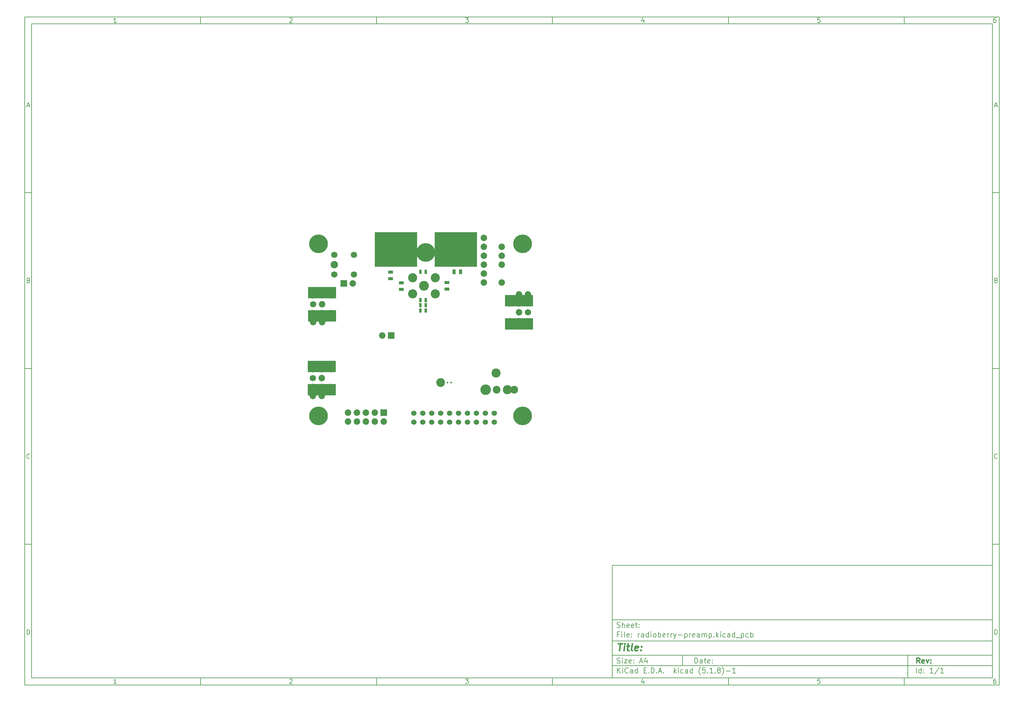
<source format=gbs>
%TF.GenerationSoftware,KiCad,Pcbnew,(5.1.8)-1*%
%TF.CreationDate,2020-12-20T16:15:32+01:00*%
%TF.ProjectId,radioberry-preamp,72616469-6f62-4657-9272-792d70726561,rev?*%
%TF.SameCoordinates,Original*%
%TF.FileFunction,Soldermask,Bot*%
%TF.FilePolarity,Negative*%
%FSLAX46Y46*%
G04 Gerber Fmt 4.6, Leading zero omitted, Abs format (unit mm)*
G04 Created by KiCad (PCBNEW (5.1.8)-1) date 2020-12-20 16:15:32*
%MOMM*%
%LPD*%
G01*
G04 APERTURE LIST*
%ADD10C,0.100000*%
%ADD11C,0.150000*%
%ADD12C,0.300000*%
%ADD13C,0.400000*%
%ADD14C,1.800000*%
%ADD15C,2.100000*%
%ADD16C,1.850000*%
%ADD17R,1.850000X1.850000*%
%ADD18C,5.300000*%
%ADD19C,2.800000*%
%ADD20C,2.600000*%
%ADD21C,2.200000*%
%ADD22C,3.000000*%
%ADD23R,8.000000X3.300000*%
%ADD24C,1.524000*%
%ADD25C,0.500000*%
%ADD26C,2.500000*%
%ADD27R,1.397000X0.889000*%
%ADD28O,1.600000X2.400000*%
%ADD29R,12.000000X9.900000*%
%ADD30R,0.889000X1.397000*%
%ADD31R,0.635000X1.143000*%
G04 APERTURE END LIST*
D10*
D11*
X177002200Y-166007200D02*
X177002200Y-198007200D01*
X285002200Y-198007200D01*
X285002200Y-166007200D01*
X177002200Y-166007200D01*
D10*
D11*
X10000000Y-10000000D02*
X10000000Y-200007200D01*
X287002200Y-200007200D01*
X287002200Y-10000000D01*
X10000000Y-10000000D01*
D10*
D11*
X12000000Y-12000000D02*
X12000000Y-198007200D01*
X285002200Y-198007200D01*
X285002200Y-12000000D01*
X12000000Y-12000000D01*
D10*
D11*
X60000000Y-12000000D02*
X60000000Y-10000000D01*
D10*
D11*
X110000000Y-12000000D02*
X110000000Y-10000000D01*
D10*
D11*
X160000000Y-12000000D02*
X160000000Y-10000000D01*
D10*
D11*
X210000000Y-12000000D02*
X210000000Y-10000000D01*
D10*
D11*
X260000000Y-12000000D02*
X260000000Y-10000000D01*
D10*
D11*
X36065476Y-11588095D02*
X35322619Y-11588095D01*
X35694047Y-11588095D02*
X35694047Y-10288095D01*
X35570238Y-10473809D01*
X35446428Y-10597619D01*
X35322619Y-10659523D01*
D10*
D11*
X85322619Y-10411904D02*
X85384523Y-10350000D01*
X85508333Y-10288095D01*
X85817857Y-10288095D01*
X85941666Y-10350000D01*
X86003571Y-10411904D01*
X86065476Y-10535714D01*
X86065476Y-10659523D01*
X86003571Y-10845238D01*
X85260714Y-11588095D01*
X86065476Y-11588095D01*
D10*
D11*
X135260714Y-10288095D02*
X136065476Y-10288095D01*
X135632142Y-10783333D01*
X135817857Y-10783333D01*
X135941666Y-10845238D01*
X136003571Y-10907142D01*
X136065476Y-11030952D01*
X136065476Y-11340476D01*
X136003571Y-11464285D01*
X135941666Y-11526190D01*
X135817857Y-11588095D01*
X135446428Y-11588095D01*
X135322619Y-11526190D01*
X135260714Y-11464285D01*
D10*
D11*
X185941666Y-10721428D02*
X185941666Y-11588095D01*
X185632142Y-10226190D02*
X185322619Y-11154761D01*
X186127380Y-11154761D01*
D10*
D11*
X236003571Y-10288095D02*
X235384523Y-10288095D01*
X235322619Y-10907142D01*
X235384523Y-10845238D01*
X235508333Y-10783333D01*
X235817857Y-10783333D01*
X235941666Y-10845238D01*
X236003571Y-10907142D01*
X236065476Y-11030952D01*
X236065476Y-11340476D01*
X236003571Y-11464285D01*
X235941666Y-11526190D01*
X235817857Y-11588095D01*
X235508333Y-11588095D01*
X235384523Y-11526190D01*
X235322619Y-11464285D01*
D10*
D11*
X285941666Y-10288095D02*
X285694047Y-10288095D01*
X285570238Y-10350000D01*
X285508333Y-10411904D01*
X285384523Y-10597619D01*
X285322619Y-10845238D01*
X285322619Y-11340476D01*
X285384523Y-11464285D01*
X285446428Y-11526190D01*
X285570238Y-11588095D01*
X285817857Y-11588095D01*
X285941666Y-11526190D01*
X286003571Y-11464285D01*
X286065476Y-11340476D01*
X286065476Y-11030952D01*
X286003571Y-10907142D01*
X285941666Y-10845238D01*
X285817857Y-10783333D01*
X285570238Y-10783333D01*
X285446428Y-10845238D01*
X285384523Y-10907142D01*
X285322619Y-11030952D01*
D10*
D11*
X60000000Y-198007200D02*
X60000000Y-200007200D01*
D10*
D11*
X110000000Y-198007200D02*
X110000000Y-200007200D01*
D10*
D11*
X160000000Y-198007200D02*
X160000000Y-200007200D01*
D10*
D11*
X210000000Y-198007200D02*
X210000000Y-200007200D01*
D10*
D11*
X260000000Y-198007200D02*
X260000000Y-200007200D01*
D10*
D11*
X36065476Y-199595295D02*
X35322619Y-199595295D01*
X35694047Y-199595295D02*
X35694047Y-198295295D01*
X35570238Y-198481009D01*
X35446428Y-198604819D01*
X35322619Y-198666723D01*
D10*
D11*
X85322619Y-198419104D02*
X85384523Y-198357200D01*
X85508333Y-198295295D01*
X85817857Y-198295295D01*
X85941666Y-198357200D01*
X86003571Y-198419104D01*
X86065476Y-198542914D01*
X86065476Y-198666723D01*
X86003571Y-198852438D01*
X85260714Y-199595295D01*
X86065476Y-199595295D01*
D10*
D11*
X135260714Y-198295295D02*
X136065476Y-198295295D01*
X135632142Y-198790533D01*
X135817857Y-198790533D01*
X135941666Y-198852438D01*
X136003571Y-198914342D01*
X136065476Y-199038152D01*
X136065476Y-199347676D01*
X136003571Y-199471485D01*
X135941666Y-199533390D01*
X135817857Y-199595295D01*
X135446428Y-199595295D01*
X135322619Y-199533390D01*
X135260714Y-199471485D01*
D10*
D11*
X185941666Y-198728628D02*
X185941666Y-199595295D01*
X185632142Y-198233390D02*
X185322619Y-199161961D01*
X186127380Y-199161961D01*
D10*
D11*
X236003571Y-198295295D02*
X235384523Y-198295295D01*
X235322619Y-198914342D01*
X235384523Y-198852438D01*
X235508333Y-198790533D01*
X235817857Y-198790533D01*
X235941666Y-198852438D01*
X236003571Y-198914342D01*
X236065476Y-199038152D01*
X236065476Y-199347676D01*
X236003571Y-199471485D01*
X235941666Y-199533390D01*
X235817857Y-199595295D01*
X235508333Y-199595295D01*
X235384523Y-199533390D01*
X235322619Y-199471485D01*
D10*
D11*
X285941666Y-198295295D02*
X285694047Y-198295295D01*
X285570238Y-198357200D01*
X285508333Y-198419104D01*
X285384523Y-198604819D01*
X285322619Y-198852438D01*
X285322619Y-199347676D01*
X285384523Y-199471485D01*
X285446428Y-199533390D01*
X285570238Y-199595295D01*
X285817857Y-199595295D01*
X285941666Y-199533390D01*
X286003571Y-199471485D01*
X286065476Y-199347676D01*
X286065476Y-199038152D01*
X286003571Y-198914342D01*
X285941666Y-198852438D01*
X285817857Y-198790533D01*
X285570238Y-198790533D01*
X285446428Y-198852438D01*
X285384523Y-198914342D01*
X285322619Y-199038152D01*
D10*
D11*
X10000000Y-60000000D02*
X12000000Y-60000000D01*
D10*
D11*
X10000000Y-110000000D02*
X12000000Y-110000000D01*
D10*
D11*
X10000000Y-160000000D02*
X12000000Y-160000000D01*
D10*
D11*
X10690476Y-35216666D02*
X11309523Y-35216666D01*
X10566666Y-35588095D02*
X11000000Y-34288095D01*
X11433333Y-35588095D01*
D10*
D11*
X11092857Y-84907142D02*
X11278571Y-84969047D01*
X11340476Y-85030952D01*
X11402380Y-85154761D01*
X11402380Y-85340476D01*
X11340476Y-85464285D01*
X11278571Y-85526190D01*
X11154761Y-85588095D01*
X10659523Y-85588095D01*
X10659523Y-84288095D01*
X11092857Y-84288095D01*
X11216666Y-84350000D01*
X11278571Y-84411904D01*
X11340476Y-84535714D01*
X11340476Y-84659523D01*
X11278571Y-84783333D01*
X11216666Y-84845238D01*
X11092857Y-84907142D01*
X10659523Y-84907142D01*
D10*
D11*
X11402380Y-135464285D02*
X11340476Y-135526190D01*
X11154761Y-135588095D01*
X11030952Y-135588095D01*
X10845238Y-135526190D01*
X10721428Y-135402380D01*
X10659523Y-135278571D01*
X10597619Y-135030952D01*
X10597619Y-134845238D01*
X10659523Y-134597619D01*
X10721428Y-134473809D01*
X10845238Y-134350000D01*
X11030952Y-134288095D01*
X11154761Y-134288095D01*
X11340476Y-134350000D01*
X11402380Y-134411904D01*
D10*
D11*
X10659523Y-185588095D02*
X10659523Y-184288095D01*
X10969047Y-184288095D01*
X11154761Y-184350000D01*
X11278571Y-184473809D01*
X11340476Y-184597619D01*
X11402380Y-184845238D01*
X11402380Y-185030952D01*
X11340476Y-185278571D01*
X11278571Y-185402380D01*
X11154761Y-185526190D01*
X10969047Y-185588095D01*
X10659523Y-185588095D01*
D10*
D11*
X287002200Y-60000000D02*
X285002200Y-60000000D01*
D10*
D11*
X287002200Y-110000000D02*
X285002200Y-110000000D01*
D10*
D11*
X287002200Y-160000000D02*
X285002200Y-160000000D01*
D10*
D11*
X285692676Y-35216666D02*
X286311723Y-35216666D01*
X285568866Y-35588095D02*
X286002200Y-34288095D01*
X286435533Y-35588095D01*
D10*
D11*
X286095057Y-84907142D02*
X286280771Y-84969047D01*
X286342676Y-85030952D01*
X286404580Y-85154761D01*
X286404580Y-85340476D01*
X286342676Y-85464285D01*
X286280771Y-85526190D01*
X286156961Y-85588095D01*
X285661723Y-85588095D01*
X285661723Y-84288095D01*
X286095057Y-84288095D01*
X286218866Y-84350000D01*
X286280771Y-84411904D01*
X286342676Y-84535714D01*
X286342676Y-84659523D01*
X286280771Y-84783333D01*
X286218866Y-84845238D01*
X286095057Y-84907142D01*
X285661723Y-84907142D01*
D10*
D11*
X286404580Y-135464285D02*
X286342676Y-135526190D01*
X286156961Y-135588095D01*
X286033152Y-135588095D01*
X285847438Y-135526190D01*
X285723628Y-135402380D01*
X285661723Y-135278571D01*
X285599819Y-135030952D01*
X285599819Y-134845238D01*
X285661723Y-134597619D01*
X285723628Y-134473809D01*
X285847438Y-134350000D01*
X286033152Y-134288095D01*
X286156961Y-134288095D01*
X286342676Y-134350000D01*
X286404580Y-134411904D01*
D10*
D11*
X285661723Y-185588095D02*
X285661723Y-184288095D01*
X285971247Y-184288095D01*
X286156961Y-184350000D01*
X286280771Y-184473809D01*
X286342676Y-184597619D01*
X286404580Y-184845238D01*
X286404580Y-185030952D01*
X286342676Y-185278571D01*
X286280771Y-185402380D01*
X286156961Y-185526190D01*
X285971247Y-185588095D01*
X285661723Y-185588095D01*
D10*
D11*
X200434342Y-193785771D02*
X200434342Y-192285771D01*
X200791485Y-192285771D01*
X201005771Y-192357200D01*
X201148628Y-192500057D01*
X201220057Y-192642914D01*
X201291485Y-192928628D01*
X201291485Y-193142914D01*
X201220057Y-193428628D01*
X201148628Y-193571485D01*
X201005771Y-193714342D01*
X200791485Y-193785771D01*
X200434342Y-193785771D01*
X202577200Y-193785771D02*
X202577200Y-193000057D01*
X202505771Y-192857200D01*
X202362914Y-192785771D01*
X202077200Y-192785771D01*
X201934342Y-192857200D01*
X202577200Y-193714342D02*
X202434342Y-193785771D01*
X202077200Y-193785771D01*
X201934342Y-193714342D01*
X201862914Y-193571485D01*
X201862914Y-193428628D01*
X201934342Y-193285771D01*
X202077200Y-193214342D01*
X202434342Y-193214342D01*
X202577200Y-193142914D01*
X203077200Y-192785771D02*
X203648628Y-192785771D01*
X203291485Y-192285771D02*
X203291485Y-193571485D01*
X203362914Y-193714342D01*
X203505771Y-193785771D01*
X203648628Y-193785771D01*
X204720057Y-193714342D02*
X204577200Y-193785771D01*
X204291485Y-193785771D01*
X204148628Y-193714342D01*
X204077200Y-193571485D01*
X204077200Y-193000057D01*
X204148628Y-192857200D01*
X204291485Y-192785771D01*
X204577200Y-192785771D01*
X204720057Y-192857200D01*
X204791485Y-193000057D01*
X204791485Y-193142914D01*
X204077200Y-193285771D01*
X205434342Y-193642914D02*
X205505771Y-193714342D01*
X205434342Y-193785771D01*
X205362914Y-193714342D01*
X205434342Y-193642914D01*
X205434342Y-193785771D01*
X205434342Y-192857200D02*
X205505771Y-192928628D01*
X205434342Y-193000057D01*
X205362914Y-192928628D01*
X205434342Y-192857200D01*
X205434342Y-193000057D01*
D10*
D11*
X177002200Y-194507200D02*
X285002200Y-194507200D01*
D10*
D11*
X178434342Y-196585771D02*
X178434342Y-195085771D01*
X179291485Y-196585771D02*
X178648628Y-195728628D01*
X179291485Y-195085771D02*
X178434342Y-195942914D01*
X179934342Y-196585771D02*
X179934342Y-195585771D01*
X179934342Y-195085771D02*
X179862914Y-195157200D01*
X179934342Y-195228628D01*
X180005771Y-195157200D01*
X179934342Y-195085771D01*
X179934342Y-195228628D01*
X181505771Y-196442914D02*
X181434342Y-196514342D01*
X181220057Y-196585771D01*
X181077200Y-196585771D01*
X180862914Y-196514342D01*
X180720057Y-196371485D01*
X180648628Y-196228628D01*
X180577200Y-195942914D01*
X180577200Y-195728628D01*
X180648628Y-195442914D01*
X180720057Y-195300057D01*
X180862914Y-195157200D01*
X181077200Y-195085771D01*
X181220057Y-195085771D01*
X181434342Y-195157200D01*
X181505771Y-195228628D01*
X182791485Y-196585771D02*
X182791485Y-195800057D01*
X182720057Y-195657200D01*
X182577200Y-195585771D01*
X182291485Y-195585771D01*
X182148628Y-195657200D01*
X182791485Y-196514342D02*
X182648628Y-196585771D01*
X182291485Y-196585771D01*
X182148628Y-196514342D01*
X182077200Y-196371485D01*
X182077200Y-196228628D01*
X182148628Y-196085771D01*
X182291485Y-196014342D01*
X182648628Y-196014342D01*
X182791485Y-195942914D01*
X184148628Y-196585771D02*
X184148628Y-195085771D01*
X184148628Y-196514342D02*
X184005771Y-196585771D01*
X183720057Y-196585771D01*
X183577200Y-196514342D01*
X183505771Y-196442914D01*
X183434342Y-196300057D01*
X183434342Y-195871485D01*
X183505771Y-195728628D01*
X183577200Y-195657200D01*
X183720057Y-195585771D01*
X184005771Y-195585771D01*
X184148628Y-195657200D01*
X186005771Y-195800057D02*
X186505771Y-195800057D01*
X186720057Y-196585771D02*
X186005771Y-196585771D01*
X186005771Y-195085771D01*
X186720057Y-195085771D01*
X187362914Y-196442914D02*
X187434342Y-196514342D01*
X187362914Y-196585771D01*
X187291485Y-196514342D01*
X187362914Y-196442914D01*
X187362914Y-196585771D01*
X188077200Y-196585771D02*
X188077200Y-195085771D01*
X188434342Y-195085771D01*
X188648628Y-195157200D01*
X188791485Y-195300057D01*
X188862914Y-195442914D01*
X188934342Y-195728628D01*
X188934342Y-195942914D01*
X188862914Y-196228628D01*
X188791485Y-196371485D01*
X188648628Y-196514342D01*
X188434342Y-196585771D01*
X188077200Y-196585771D01*
X189577200Y-196442914D02*
X189648628Y-196514342D01*
X189577200Y-196585771D01*
X189505771Y-196514342D01*
X189577200Y-196442914D01*
X189577200Y-196585771D01*
X190220057Y-196157200D02*
X190934342Y-196157200D01*
X190077200Y-196585771D02*
X190577200Y-195085771D01*
X191077200Y-196585771D01*
X191577200Y-196442914D02*
X191648628Y-196514342D01*
X191577200Y-196585771D01*
X191505771Y-196514342D01*
X191577200Y-196442914D01*
X191577200Y-196585771D01*
X194577200Y-196585771D02*
X194577200Y-195085771D01*
X194720057Y-196014342D02*
X195148628Y-196585771D01*
X195148628Y-195585771D02*
X194577200Y-196157200D01*
X195791485Y-196585771D02*
X195791485Y-195585771D01*
X195791485Y-195085771D02*
X195720057Y-195157200D01*
X195791485Y-195228628D01*
X195862914Y-195157200D01*
X195791485Y-195085771D01*
X195791485Y-195228628D01*
X197148628Y-196514342D02*
X197005771Y-196585771D01*
X196720057Y-196585771D01*
X196577200Y-196514342D01*
X196505771Y-196442914D01*
X196434342Y-196300057D01*
X196434342Y-195871485D01*
X196505771Y-195728628D01*
X196577200Y-195657200D01*
X196720057Y-195585771D01*
X197005771Y-195585771D01*
X197148628Y-195657200D01*
X198434342Y-196585771D02*
X198434342Y-195800057D01*
X198362914Y-195657200D01*
X198220057Y-195585771D01*
X197934342Y-195585771D01*
X197791485Y-195657200D01*
X198434342Y-196514342D02*
X198291485Y-196585771D01*
X197934342Y-196585771D01*
X197791485Y-196514342D01*
X197720057Y-196371485D01*
X197720057Y-196228628D01*
X197791485Y-196085771D01*
X197934342Y-196014342D01*
X198291485Y-196014342D01*
X198434342Y-195942914D01*
X199791485Y-196585771D02*
X199791485Y-195085771D01*
X199791485Y-196514342D02*
X199648628Y-196585771D01*
X199362914Y-196585771D01*
X199220057Y-196514342D01*
X199148628Y-196442914D01*
X199077200Y-196300057D01*
X199077200Y-195871485D01*
X199148628Y-195728628D01*
X199220057Y-195657200D01*
X199362914Y-195585771D01*
X199648628Y-195585771D01*
X199791485Y-195657200D01*
X202077200Y-197157200D02*
X202005771Y-197085771D01*
X201862914Y-196871485D01*
X201791485Y-196728628D01*
X201720057Y-196514342D01*
X201648628Y-196157200D01*
X201648628Y-195871485D01*
X201720057Y-195514342D01*
X201791485Y-195300057D01*
X201862914Y-195157200D01*
X202005771Y-194942914D01*
X202077200Y-194871485D01*
X203362914Y-195085771D02*
X202648628Y-195085771D01*
X202577200Y-195800057D01*
X202648628Y-195728628D01*
X202791485Y-195657200D01*
X203148628Y-195657200D01*
X203291485Y-195728628D01*
X203362914Y-195800057D01*
X203434342Y-195942914D01*
X203434342Y-196300057D01*
X203362914Y-196442914D01*
X203291485Y-196514342D01*
X203148628Y-196585771D01*
X202791485Y-196585771D01*
X202648628Y-196514342D01*
X202577200Y-196442914D01*
X204077200Y-196442914D02*
X204148628Y-196514342D01*
X204077200Y-196585771D01*
X204005771Y-196514342D01*
X204077200Y-196442914D01*
X204077200Y-196585771D01*
X205577200Y-196585771D02*
X204720057Y-196585771D01*
X205148628Y-196585771D02*
X205148628Y-195085771D01*
X205005771Y-195300057D01*
X204862914Y-195442914D01*
X204720057Y-195514342D01*
X206220057Y-196442914D02*
X206291485Y-196514342D01*
X206220057Y-196585771D01*
X206148628Y-196514342D01*
X206220057Y-196442914D01*
X206220057Y-196585771D01*
X207148628Y-195728628D02*
X207005771Y-195657200D01*
X206934342Y-195585771D01*
X206862914Y-195442914D01*
X206862914Y-195371485D01*
X206934342Y-195228628D01*
X207005771Y-195157200D01*
X207148628Y-195085771D01*
X207434342Y-195085771D01*
X207577200Y-195157200D01*
X207648628Y-195228628D01*
X207720057Y-195371485D01*
X207720057Y-195442914D01*
X207648628Y-195585771D01*
X207577200Y-195657200D01*
X207434342Y-195728628D01*
X207148628Y-195728628D01*
X207005771Y-195800057D01*
X206934342Y-195871485D01*
X206862914Y-196014342D01*
X206862914Y-196300057D01*
X206934342Y-196442914D01*
X207005771Y-196514342D01*
X207148628Y-196585771D01*
X207434342Y-196585771D01*
X207577200Y-196514342D01*
X207648628Y-196442914D01*
X207720057Y-196300057D01*
X207720057Y-196014342D01*
X207648628Y-195871485D01*
X207577200Y-195800057D01*
X207434342Y-195728628D01*
X208220057Y-197157200D02*
X208291485Y-197085771D01*
X208434342Y-196871485D01*
X208505771Y-196728628D01*
X208577200Y-196514342D01*
X208648628Y-196157200D01*
X208648628Y-195871485D01*
X208577200Y-195514342D01*
X208505771Y-195300057D01*
X208434342Y-195157200D01*
X208291485Y-194942914D01*
X208220057Y-194871485D01*
X209362914Y-196014342D02*
X210505771Y-196014342D01*
X212005771Y-196585771D02*
X211148628Y-196585771D01*
X211577200Y-196585771D02*
X211577200Y-195085771D01*
X211434342Y-195300057D01*
X211291485Y-195442914D01*
X211148628Y-195514342D01*
D10*
D11*
X177002200Y-191507200D02*
X285002200Y-191507200D01*
D10*
D12*
X264411485Y-193785771D02*
X263911485Y-193071485D01*
X263554342Y-193785771D02*
X263554342Y-192285771D01*
X264125771Y-192285771D01*
X264268628Y-192357200D01*
X264340057Y-192428628D01*
X264411485Y-192571485D01*
X264411485Y-192785771D01*
X264340057Y-192928628D01*
X264268628Y-193000057D01*
X264125771Y-193071485D01*
X263554342Y-193071485D01*
X265625771Y-193714342D02*
X265482914Y-193785771D01*
X265197200Y-193785771D01*
X265054342Y-193714342D01*
X264982914Y-193571485D01*
X264982914Y-193000057D01*
X265054342Y-192857200D01*
X265197200Y-192785771D01*
X265482914Y-192785771D01*
X265625771Y-192857200D01*
X265697200Y-193000057D01*
X265697200Y-193142914D01*
X264982914Y-193285771D01*
X266197200Y-192785771D02*
X266554342Y-193785771D01*
X266911485Y-192785771D01*
X267482914Y-193642914D02*
X267554342Y-193714342D01*
X267482914Y-193785771D01*
X267411485Y-193714342D01*
X267482914Y-193642914D01*
X267482914Y-193785771D01*
X267482914Y-192857200D02*
X267554342Y-192928628D01*
X267482914Y-193000057D01*
X267411485Y-192928628D01*
X267482914Y-192857200D01*
X267482914Y-193000057D01*
D10*
D11*
X178362914Y-193714342D02*
X178577200Y-193785771D01*
X178934342Y-193785771D01*
X179077200Y-193714342D01*
X179148628Y-193642914D01*
X179220057Y-193500057D01*
X179220057Y-193357200D01*
X179148628Y-193214342D01*
X179077200Y-193142914D01*
X178934342Y-193071485D01*
X178648628Y-193000057D01*
X178505771Y-192928628D01*
X178434342Y-192857200D01*
X178362914Y-192714342D01*
X178362914Y-192571485D01*
X178434342Y-192428628D01*
X178505771Y-192357200D01*
X178648628Y-192285771D01*
X179005771Y-192285771D01*
X179220057Y-192357200D01*
X179862914Y-193785771D02*
X179862914Y-192785771D01*
X179862914Y-192285771D02*
X179791485Y-192357200D01*
X179862914Y-192428628D01*
X179934342Y-192357200D01*
X179862914Y-192285771D01*
X179862914Y-192428628D01*
X180434342Y-192785771D02*
X181220057Y-192785771D01*
X180434342Y-193785771D01*
X181220057Y-193785771D01*
X182362914Y-193714342D02*
X182220057Y-193785771D01*
X181934342Y-193785771D01*
X181791485Y-193714342D01*
X181720057Y-193571485D01*
X181720057Y-193000057D01*
X181791485Y-192857200D01*
X181934342Y-192785771D01*
X182220057Y-192785771D01*
X182362914Y-192857200D01*
X182434342Y-193000057D01*
X182434342Y-193142914D01*
X181720057Y-193285771D01*
X183077200Y-193642914D02*
X183148628Y-193714342D01*
X183077200Y-193785771D01*
X183005771Y-193714342D01*
X183077200Y-193642914D01*
X183077200Y-193785771D01*
X183077200Y-192857200D02*
X183148628Y-192928628D01*
X183077200Y-193000057D01*
X183005771Y-192928628D01*
X183077200Y-192857200D01*
X183077200Y-193000057D01*
X184862914Y-193357200D02*
X185577200Y-193357200D01*
X184720057Y-193785771D02*
X185220057Y-192285771D01*
X185720057Y-193785771D01*
X186862914Y-192785771D02*
X186862914Y-193785771D01*
X186505771Y-192214342D02*
X186148628Y-193285771D01*
X187077200Y-193285771D01*
D10*
D11*
X263434342Y-196585771D02*
X263434342Y-195085771D01*
X264791485Y-196585771D02*
X264791485Y-195085771D01*
X264791485Y-196514342D02*
X264648628Y-196585771D01*
X264362914Y-196585771D01*
X264220057Y-196514342D01*
X264148628Y-196442914D01*
X264077200Y-196300057D01*
X264077200Y-195871485D01*
X264148628Y-195728628D01*
X264220057Y-195657200D01*
X264362914Y-195585771D01*
X264648628Y-195585771D01*
X264791485Y-195657200D01*
X265505771Y-196442914D02*
X265577200Y-196514342D01*
X265505771Y-196585771D01*
X265434342Y-196514342D01*
X265505771Y-196442914D01*
X265505771Y-196585771D01*
X265505771Y-195657200D02*
X265577200Y-195728628D01*
X265505771Y-195800057D01*
X265434342Y-195728628D01*
X265505771Y-195657200D01*
X265505771Y-195800057D01*
X268148628Y-196585771D02*
X267291485Y-196585771D01*
X267720057Y-196585771D02*
X267720057Y-195085771D01*
X267577200Y-195300057D01*
X267434342Y-195442914D01*
X267291485Y-195514342D01*
X269862914Y-195014342D02*
X268577200Y-196942914D01*
X271148628Y-196585771D02*
X270291485Y-196585771D01*
X270720057Y-196585771D02*
X270720057Y-195085771D01*
X270577200Y-195300057D01*
X270434342Y-195442914D01*
X270291485Y-195514342D01*
D10*
D11*
X177002200Y-187507200D02*
X285002200Y-187507200D01*
D10*
D13*
X178714580Y-188211961D02*
X179857438Y-188211961D01*
X179036009Y-190211961D02*
X179286009Y-188211961D01*
X180274104Y-190211961D02*
X180440771Y-188878628D01*
X180524104Y-188211961D02*
X180416961Y-188307200D01*
X180500295Y-188402438D01*
X180607438Y-188307200D01*
X180524104Y-188211961D01*
X180500295Y-188402438D01*
X181107438Y-188878628D02*
X181869342Y-188878628D01*
X181476485Y-188211961D02*
X181262200Y-189926247D01*
X181333628Y-190116723D01*
X181512200Y-190211961D01*
X181702676Y-190211961D01*
X182655057Y-190211961D02*
X182476485Y-190116723D01*
X182405057Y-189926247D01*
X182619342Y-188211961D01*
X184190771Y-190116723D02*
X183988390Y-190211961D01*
X183607438Y-190211961D01*
X183428866Y-190116723D01*
X183357438Y-189926247D01*
X183452676Y-189164342D01*
X183571723Y-188973866D01*
X183774104Y-188878628D01*
X184155057Y-188878628D01*
X184333628Y-188973866D01*
X184405057Y-189164342D01*
X184381247Y-189354819D01*
X183405057Y-189545295D01*
X185155057Y-190021485D02*
X185238390Y-190116723D01*
X185131247Y-190211961D01*
X185047914Y-190116723D01*
X185155057Y-190021485D01*
X185131247Y-190211961D01*
X185286009Y-188973866D02*
X185369342Y-189069104D01*
X185262200Y-189164342D01*
X185178866Y-189069104D01*
X185286009Y-188973866D01*
X185262200Y-189164342D01*
D10*
D11*
X178934342Y-185600057D02*
X178434342Y-185600057D01*
X178434342Y-186385771D02*
X178434342Y-184885771D01*
X179148628Y-184885771D01*
X179720057Y-186385771D02*
X179720057Y-185385771D01*
X179720057Y-184885771D02*
X179648628Y-184957200D01*
X179720057Y-185028628D01*
X179791485Y-184957200D01*
X179720057Y-184885771D01*
X179720057Y-185028628D01*
X180648628Y-186385771D02*
X180505771Y-186314342D01*
X180434342Y-186171485D01*
X180434342Y-184885771D01*
X181791485Y-186314342D02*
X181648628Y-186385771D01*
X181362914Y-186385771D01*
X181220057Y-186314342D01*
X181148628Y-186171485D01*
X181148628Y-185600057D01*
X181220057Y-185457200D01*
X181362914Y-185385771D01*
X181648628Y-185385771D01*
X181791485Y-185457200D01*
X181862914Y-185600057D01*
X181862914Y-185742914D01*
X181148628Y-185885771D01*
X182505771Y-186242914D02*
X182577200Y-186314342D01*
X182505771Y-186385771D01*
X182434342Y-186314342D01*
X182505771Y-186242914D01*
X182505771Y-186385771D01*
X182505771Y-185457200D02*
X182577200Y-185528628D01*
X182505771Y-185600057D01*
X182434342Y-185528628D01*
X182505771Y-185457200D01*
X182505771Y-185600057D01*
X184362914Y-186385771D02*
X184362914Y-185385771D01*
X184362914Y-185671485D02*
X184434342Y-185528628D01*
X184505771Y-185457200D01*
X184648628Y-185385771D01*
X184791485Y-185385771D01*
X185934342Y-186385771D02*
X185934342Y-185600057D01*
X185862914Y-185457200D01*
X185720057Y-185385771D01*
X185434342Y-185385771D01*
X185291485Y-185457200D01*
X185934342Y-186314342D02*
X185791485Y-186385771D01*
X185434342Y-186385771D01*
X185291485Y-186314342D01*
X185220057Y-186171485D01*
X185220057Y-186028628D01*
X185291485Y-185885771D01*
X185434342Y-185814342D01*
X185791485Y-185814342D01*
X185934342Y-185742914D01*
X187291485Y-186385771D02*
X187291485Y-184885771D01*
X187291485Y-186314342D02*
X187148628Y-186385771D01*
X186862914Y-186385771D01*
X186720057Y-186314342D01*
X186648628Y-186242914D01*
X186577200Y-186100057D01*
X186577200Y-185671485D01*
X186648628Y-185528628D01*
X186720057Y-185457200D01*
X186862914Y-185385771D01*
X187148628Y-185385771D01*
X187291485Y-185457200D01*
X188005771Y-186385771D02*
X188005771Y-185385771D01*
X188005771Y-184885771D02*
X187934342Y-184957200D01*
X188005771Y-185028628D01*
X188077200Y-184957200D01*
X188005771Y-184885771D01*
X188005771Y-185028628D01*
X188934342Y-186385771D02*
X188791485Y-186314342D01*
X188720057Y-186242914D01*
X188648628Y-186100057D01*
X188648628Y-185671485D01*
X188720057Y-185528628D01*
X188791485Y-185457200D01*
X188934342Y-185385771D01*
X189148628Y-185385771D01*
X189291485Y-185457200D01*
X189362914Y-185528628D01*
X189434342Y-185671485D01*
X189434342Y-186100057D01*
X189362914Y-186242914D01*
X189291485Y-186314342D01*
X189148628Y-186385771D01*
X188934342Y-186385771D01*
X190077200Y-186385771D02*
X190077200Y-184885771D01*
X190077200Y-185457200D02*
X190220057Y-185385771D01*
X190505771Y-185385771D01*
X190648628Y-185457200D01*
X190720057Y-185528628D01*
X190791485Y-185671485D01*
X190791485Y-186100057D01*
X190720057Y-186242914D01*
X190648628Y-186314342D01*
X190505771Y-186385771D01*
X190220057Y-186385771D01*
X190077200Y-186314342D01*
X192005771Y-186314342D02*
X191862914Y-186385771D01*
X191577200Y-186385771D01*
X191434342Y-186314342D01*
X191362914Y-186171485D01*
X191362914Y-185600057D01*
X191434342Y-185457200D01*
X191577200Y-185385771D01*
X191862914Y-185385771D01*
X192005771Y-185457200D01*
X192077200Y-185600057D01*
X192077200Y-185742914D01*
X191362914Y-185885771D01*
X192720057Y-186385771D02*
X192720057Y-185385771D01*
X192720057Y-185671485D02*
X192791485Y-185528628D01*
X192862914Y-185457200D01*
X193005771Y-185385771D01*
X193148628Y-185385771D01*
X193648628Y-186385771D02*
X193648628Y-185385771D01*
X193648628Y-185671485D02*
X193720057Y-185528628D01*
X193791485Y-185457200D01*
X193934342Y-185385771D01*
X194077200Y-185385771D01*
X194434342Y-185385771D02*
X194791485Y-186385771D01*
X195148628Y-185385771D02*
X194791485Y-186385771D01*
X194648628Y-186742914D01*
X194577200Y-186814342D01*
X194434342Y-186885771D01*
X195720057Y-185814342D02*
X196862914Y-185814342D01*
X197577200Y-185385771D02*
X197577200Y-186885771D01*
X197577200Y-185457200D02*
X197720057Y-185385771D01*
X198005771Y-185385771D01*
X198148628Y-185457200D01*
X198220057Y-185528628D01*
X198291485Y-185671485D01*
X198291485Y-186100057D01*
X198220057Y-186242914D01*
X198148628Y-186314342D01*
X198005771Y-186385771D01*
X197720057Y-186385771D01*
X197577200Y-186314342D01*
X198934342Y-186385771D02*
X198934342Y-185385771D01*
X198934342Y-185671485D02*
X199005771Y-185528628D01*
X199077200Y-185457200D01*
X199220057Y-185385771D01*
X199362914Y-185385771D01*
X200434342Y-186314342D02*
X200291485Y-186385771D01*
X200005771Y-186385771D01*
X199862914Y-186314342D01*
X199791485Y-186171485D01*
X199791485Y-185600057D01*
X199862914Y-185457200D01*
X200005771Y-185385771D01*
X200291485Y-185385771D01*
X200434342Y-185457200D01*
X200505771Y-185600057D01*
X200505771Y-185742914D01*
X199791485Y-185885771D01*
X201791485Y-186385771D02*
X201791485Y-185600057D01*
X201720057Y-185457200D01*
X201577200Y-185385771D01*
X201291485Y-185385771D01*
X201148628Y-185457200D01*
X201791485Y-186314342D02*
X201648628Y-186385771D01*
X201291485Y-186385771D01*
X201148628Y-186314342D01*
X201077200Y-186171485D01*
X201077200Y-186028628D01*
X201148628Y-185885771D01*
X201291485Y-185814342D01*
X201648628Y-185814342D01*
X201791485Y-185742914D01*
X202505771Y-186385771D02*
X202505771Y-185385771D01*
X202505771Y-185528628D02*
X202577200Y-185457200D01*
X202720057Y-185385771D01*
X202934342Y-185385771D01*
X203077200Y-185457200D01*
X203148628Y-185600057D01*
X203148628Y-186385771D01*
X203148628Y-185600057D02*
X203220057Y-185457200D01*
X203362914Y-185385771D01*
X203577200Y-185385771D01*
X203720057Y-185457200D01*
X203791485Y-185600057D01*
X203791485Y-186385771D01*
X204505771Y-185385771D02*
X204505771Y-186885771D01*
X204505771Y-185457200D02*
X204648628Y-185385771D01*
X204934342Y-185385771D01*
X205077200Y-185457200D01*
X205148628Y-185528628D01*
X205220057Y-185671485D01*
X205220057Y-186100057D01*
X205148628Y-186242914D01*
X205077200Y-186314342D01*
X204934342Y-186385771D01*
X204648628Y-186385771D01*
X204505771Y-186314342D01*
X205862914Y-186242914D02*
X205934342Y-186314342D01*
X205862914Y-186385771D01*
X205791485Y-186314342D01*
X205862914Y-186242914D01*
X205862914Y-186385771D01*
X206577200Y-186385771D02*
X206577200Y-184885771D01*
X206720057Y-185814342D02*
X207148628Y-186385771D01*
X207148628Y-185385771D02*
X206577200Y-185957200D01*
X207791485Y-186385771D02*
X207791485Y-185385771D01*
X207791485Y-184885771D02*
X207720057Y-184957200D01*
X207791485Y-185028628D01*
X207862914Y-184957200D01*
X207791485Y-184885771D01*
X207791485Y-185028628D01*
X209148628Y-186314342D02*
X209005771Y-186385771D01*
X208720057Y-186385771D01*
X208577200Y-186314342D01*
X208505771Y-186242914D01*
X208434342Y-186100057D01*
X208434342Y-185671485D01*
X208505771Y-185528628D01*
X208577200Y-185457200D01*
X208720057Y-185385771D01*
X209005771Y-185385771D01*
X209148628Y-185457200D01*
X210434342Y-186385771D02*
X210434342Y-185600057D01*
X210362914Y-185457200D01*
X210220057Y-185385771D01*
X209934342Y-185385771D01*
X209791485Y-185457200D01*
X210434342Y-186314342D02*
X210291485Y-186385771D01*
X209934342Y-186385771D01*
X209791485Y-186314342D01*
X209720057Y-186171485D01*
X209720057Y-186028628D01*
X209791485Y-185885771D01*
X209934342Y-185814342D01*
X210291485Y-185814342D01*
X210434342Y-185742914D01*
X211791485Y-186385771D02*
X211791485Y-184885771D01*
X211791485Y-186314342D02*
X211648628Y-186385771D01*
X211362914Y-186385771D01*
X211220057Y-186314342D01*
X211148628Y-186242914D01*
X211077200Y-186100057D01*
X211077200Y-185671485D01*
X211148628Y-185528628D01*
X211220057Y-185457200D01*
X211362914Y-185385771D01*
X211648628Y-185385771D01*
X211791485Y-185457200D01*
X212148628Y-186528628D02*
X213291485Y-186528628D01*
X213648628Y-185385771D02*
X213648628Y-186885771D01*
X213648628Y-185457200D02*
X213791485Y-185385771D01*
X214077200Y-185385771D01*
X214220057Y-185457200D01*
X214291485Y-185528628D01*
X214362914Y-185671485D01*
X214362914Y-186100057D01*
X214291485Y-186242914D01*
X214220057Y-186314342D01*
X214077200Y-186385771D01*
X213791485Y-186385771D01*
X213648628Y-186314342D01*
X215648628Y-186314342D02*
X215505771Y-186385771D01*
X215220057Y-186385771D01*
X215077200Y-186314342D01*
X215005771Y-186242914D01*
X214934342Y-186100057D01*
X214934342Y-185671485D01*
X215005771Y-185528628D01*
X215077200Y-185457200D01*
X215220057Y-185385771D01*
X215505771Y-185385771D01*
X215648628Y-185457200D01*
X216291485Y-186385771D02*
X216291485Y-184885771D01*
X216291485Y-185457200D02*
X216434342Y-185385771D01*
X216720057Y-185385771D01*
X216862914Y-185457200D01*
X216934342Y-185528628D01*
X217005771Y-185671485D01*
X217005771Y-186100057D01*
X216934342Y-186242914D01*
X216862914Y-186314342D01*
X216720057Y-186385771D01*
X216434342Y-186385771D01*
X216291485Y-186314342D01*
D10*
D11*
X177002200Y-181507200D02*
X285002200Y-181507200D01*
D10*
D11*
X178362914Y-183614342D02*
X178577200Y-183685771D01*
X178934342Y-183685771D01*
X179077200Y-183614342D01*
X179148628Y-183542914D01*
X179220057Y-183400057D01*
X179220057Y-183257200D01*
X179148628Y-183114342D01*
X179077200Y-183042914D01*
X178934342Y-182971485D01*
X178648628Y-182900057D01*
X178505771Y-182828628D01*
X178434342Y-182757200D01*
X178362914Y-182614342D01*
X178362914Y-182471485D01*
X178434342Y-182328628D01*
X178505771Y-182257200D01*
X178648628Y-182185771D01*
X179005771Y-182185771D01*
X179220057Y-182257200D01*
X179862914Y-183685771D02*
X179862914Y-182185771D01*
X180505771Y-183685771D02*
X180505771Y-182900057D01*
X180434342Y-182757200D01*
X180291485Y-182685771D01*
X180077200Y-182685771D01*
X179934342Y-182757200D01*
X179862914Y-182828628D01*
X181791485Y-183614342D02*
X181648628Y-183685771D01*
X181362914Y-183685771D01*
X181220057Y-183614342D01*
X181148628Y-183471485D01*
X181148628Y-182900057D01*
X181220057Y-182757200D01*
X181362914Y-182685771D01*
X181648628Y-182685771D01*
X181791485Y-182757200D01*
X181862914Y-182900057D01*
X181862914Y-183042914D01*
X181148628Y-183185771D01*
X183077200Y-183614342D02*
X182934342Y-183685771D01*
X182648628Y-183685771D01*
X182505771Y-183614342D01*
X182434342Y-183471485D01*
X182434342Y-182900057D01*
X182505771Y-182757200D01*
X182648628Y-182685771D01*
X182934342Y-182685771D01*
X183077200Y-182757200D01*
X183148628Y-182900057D01*
X183148628Y-183042914D01*
X182434342Y-183185771D01*
X183577200Y-182685771D02*
X184148628Y-182685771D01*
X183791485Y-182185771D02*
X183791485Y-183471485D01*
X183862914Y-183614342D01*
X184005771Y-183685771D01*
X184148628Y-183685771D01*
X184648628Y-183542914D02*
X184720057Y-183614342D01*
X184648628Y-183685771D01*
X184577200Y-183614342D01*
X184648628Y-183542914D01*
X184648628Y-183685771D01*
X184648628Y-182757200D02*
X184720057Y-182828628D01*
X184648628Y-182900057D01*
X184577200Y-182828628D01*
X184648628Y-182757200D01*
X184648628Y-182900057D01*
D10*
D11*
X197002200Y-191507200D02*
X197002200Y-194507200D01*
D10*
D11*
X261002200Y-191507200D02*
X261002200Y-198007200D01*
D14*
%TO.C,T302*%
X103594000Y-77706000D03*
X103594000Y-83294000D03*
X98006000Y-83294000D03*
D15*
X98006000Y-80500000D03*
D14*
X98006000Y-77706000D03*
%TD*%
D16*
%TO.C,DB202*%
X111660000Y-100600000D03*
D17*
X114200000Y-100600000D03*
%TD*%
D16*
%TO.C,DB201*%
X103240000Y-85800000D03*
D17*
X100700000Y-85800000D03*
%TD*%
D18*
%TO.C,MH5*%
X124000000Y-77000000D03*
%TD*%
D19*
%TO.C,T301*%
X123500000Y-86500000D03*
D20*
X120300000Y-84200000D03*
X126700000Y-84200000D03*
X126700000Y-88800000D03*
X120300000Y-88800000D03*
%TD*%
D21*
%TO.C,CN101*%
X149100000Y-116000000D03*
X144100000Y-116000000D03*
D20*
X144000000Y-111300000D03*
X147150000Y-116000000D03*
D22*
X141000000Y-116000000D03*
%TD*%
D16*
%TO.C,DB203*%
X101920000Y-125040000D03*
X101920000Y-122500000D03*
X104460000Y-125040000D03*
X104460000Y-122500000D03*
X107000000Y-125040000D03*
X107000000Y-122500000D03*
X109540000Y-125040000D03*
X109540000Y-122500000D03*
X112080000Y-125040000D03*
D17*
X112080000Y-122500000D03*
%TD*%
D16*
%TO.C,RF303*%
X97040000Y-89160000D03*
X97040000Y-94240000D03*
X94500000Y-96780000D03*
D14*
X91960000Y-91700000D03*
D16*
X91960000Y-89160000D03*
X91960000Y-94240000D03*
X94500000Y-94240000D03*
X94500000Y-89160000D03*
X94500000Y-91700000D03*
D23*
X94500000Y-95000000D03*
X94500000Y-88400000D03*
D16*
X91960000Y-96780000D03*
%TD*%
%TO.C,RF302*%
X147960000Y-96540000D03*
X147960000Y-91460000D03*
X150500000Y-88920000D03*
D14*
X153040000Y-94000000D03*
D16*
X153040000Y-96540000D03*
X153040000Y-91460000D03*
X150500000Y-91460000D03*
X150500000Y-96540000D03*
X150500000Y-94000000D03*
D23*
X150500000Y-90700000D03*
X150500000Y-97300000D03*
D16*
X153040000Y-88920000D03*
%TD*%
%TO.C,RF301*%
X96940000Y-110160000D03*
X96940000Y-115240000D03*
X94400000Y-117780000D03*
D14*
X91860000Y-112700000D03*
D16*
X91860000Y-110160000D03*
X91860000Y-115240000D03*
X94400000Y-115240000D03*
X94400000Y-110160000D03*
X94400000Y-112700000D03*
D23*
X94400000Y-116000000D03*
X94400000Y-109400000D03*
D16*
X91860000Y-117780000D03*
%TD*%
D24*
%TO.C,JP201*%
X143430000Y-125270000D03*
X143430000Y-122730000D03*
X140890000Y-125270000D03*
X140890000Y-122730000D03*
X138350000Y-125270000D03*
X138350000Y-122730000D03*
X135810000Y-125270000D03*
X135810000Y-122730000D03*
X133270000Y-125270000D03*
X133270000Y-122730000D03*
X130730000Y-125270000D03*
X130730000Y-122730000D03*
X128190000Y-125270000D03*
X128190000Y-122730000D03*
X125650000Y-125270000D03*
X125650000Y-122730000D03*
X123110000Y-125270000D03*
X123110000Y-122730000D03*
X120570000Y-125270000D03*
X120570000Y-122730000D03*
%TD*%
D18*
%TO.C,MH4*%
X151500000Y-123500000D03*
%TD*%
%TO.C,MH3*%
X151500000Y-74500000D03*
%TD*%
%TO.C,MH2*%
X93500000Y-123500000D03*
%TD*%
%TO.C,MH1*%
X93500000Y-74500000D03*
%TD*%
D25*
%TO.C,U101*%
X130200000Y-114000000D03*
D26*
X128200000Y-114000000D03*
D25*
X131200000Y-114000000D03*
%TD*%
D27*
%TO.C,R308*%
X130000000Y-87405000D03*
X130000000Y-85500000D03*
%TD*%
%TO.C,R305*%
X117000000Y-85595000D03*
X117000000Y-87500000D03*
%TD*%
D28*
%TO.C,Q302*%
X132500000Y-78400000D03*
D25*
X127800000Y-73000000D03*
X132500000Y-76500000D03*
X131800000Y-76000000D03*
X133200000Y-76000000D03*
X132500000Y-75500000D03*
X132500000Y-74500000D03*
X133200000Y-75000000D03*
X131800000Y-75000000D03*
X132500000Y-73500000D03*
X133200000Y-74000000D03*
X131800000Y-74000000D03*
X132500000Y-72500000D03*
D29*
X132500000Y-76150000D03*
D25*
X128800000Y-73000000D03*
X129800000Y-73000000D03*
X130800000Y-73000000D03*
X131800000Y-73000000D03*
X131800000Y-72000000D03*
X130800000Y-72000000D03*
X129800000Y-72000000D03*
X128800000Y-72000000D03*
X127800000Y-72000000D03*
X133200000Y-72000000D03*
X134200000Y-72000000D03*
X135200000Y-72000000D03*
X136200000Y-72000000D03*
X137200000Y-72000000D03*
X137200000Y-73000000D03*
X136200000Y-73000000D03*
X135200000Y-73000000D03*
X134200000Y-73000000D03*
X133200000Y-73000000D03*
%TD*%
%TO.C,Q301*%
X116200000Y-73000000D03*
X117200000Y-73000000D03*
X118200000Y-73000000D03*
X119200000Y-73000000D03*
X120200000Y-73000000D03*
X120200000Y-72000000D03*
X119200000Y-72000000D03*
X118200000Y-72000000D03*
X117200000Y-72000000D03*
X116200000Y-72000000D03*
X110800000Y-72000000D03*
X111800000Y-72000000D03*
X112800000Y-72000000D03*
X113800000Y-72000000D03*
X114800000Y-72000000D03*
X114800000Y-73000000D03*
X113800000Y-73000000D03*
X112800000Y-73000000D03*
X111800000Y-73000000D03*
D29*
X115500000Y-76150000D03*
D25*
X115500000Y-72500000D03*
X114800000Y-74000000D03*
X116200000Y-74000000D03*
X115500000Y-73500000D03*
X114800000Y-75000000D03*
X116200000Y-75000000D03*
X115500000Y-74500000D03*
X115500000Y-75500000D03*
X116200000Y-76000000D03*
X114800000Y-76000000D03*
X115500000Y-76500000D03*
X110800000Y-73000000D03*
D28*
X115500000Y-78400000D03*
%TD*%
D16*
%TO.C,K301*%
X140460000Y-72880000D03*
X140460000Y-83040000D03*
X145540000Y-85580000D03*
X145540000Y-80500000D03*
X145540000Y-77960000D03*
X145540000Y-75420000D03*
X140460000Y-75420000D03*
X140460000Y-77960000D03*
X140460000Y-80500000D03*
X140460000Y-85580000D03*
%TD*%
D30*
%TO.C,C306*%
X132000000Y-82500000D03*
X133905000Y-82500000D03*
%TD*%
D27*
%TO.C,C305*%
X114000000Y-84452500D03*
X114000000Y-82547500D03*
%TD*%
D31*
%TO.C,C317*%
X124024000Y-82500000D03*
X122500000Y-82500000D03*
%TD*%
%TO.C,C316*%
X124000000Y-92000000D03*
X122476000Y-92000000D03*
%TD*%
%TO.C,C315*%
X124024000Y-90500000D03*
X122500000Y-90500000D03*
%TD*%
%TO.C,C314*%
X124000000Y-93500000D03*
X122476000Y-93500000D03*
%TD*%
M02*

</source>
